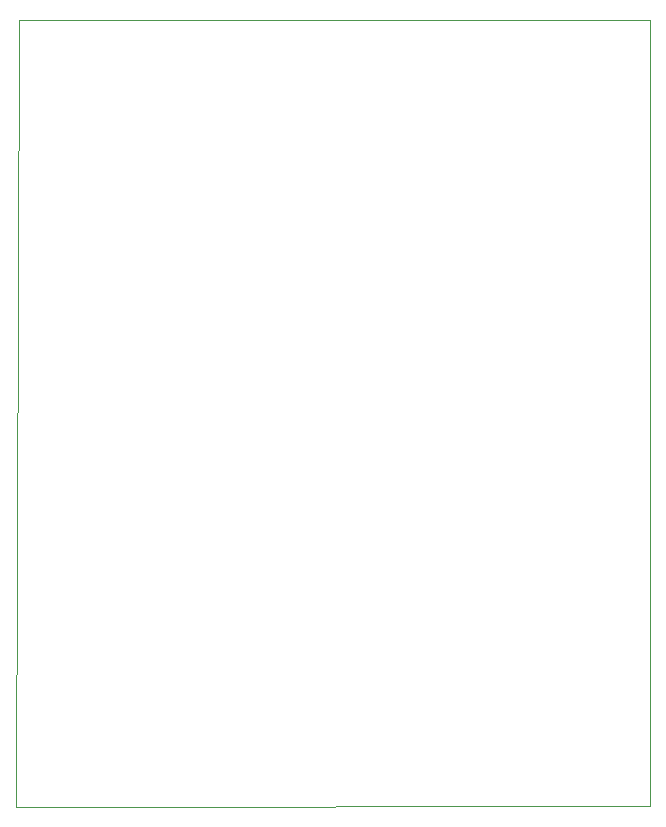
<source format=gbr>
%TF.GenerationSoftware,KiCad,Pcbnew,7.0.10*%
%TF.CreationDate,2024-05-28T16:22:07+05:30*%
%TF.ProjectId,pro1,70726f31-2e6b-4696-9361-645f70636258,rev?*%
%TF.SameCoordinates,Original*%
%TF.FileFunction,Profile,NP*%
%FSLAX46Y46*%
G04 Gerber Fmt 4.6, Leading zero omitted, Abs format (unit mm)*
G04 Created by KiCad (PCBNEW 7.0.10) date 2024-05-28 16:22:07*
%MOMM*%
%LPD*%
G01*
G04 APERTURE LIST*
%TA.AperFunction,Profile*%
%ADD10C,0.100000*%
%TD*%
G04 APERTURE END LIST*
D10*
X126400000Y-27300000D02*
X126200000Y-93900000D01*
X179800000Y-27300000D02*
X179800000Y-93800000D01*
X179800000Y-93800000D02*
X126200000Y-93900000D01*
X126400000Y-27300000D02*
X179800000Y-27300000D01*
M02*

</source>
